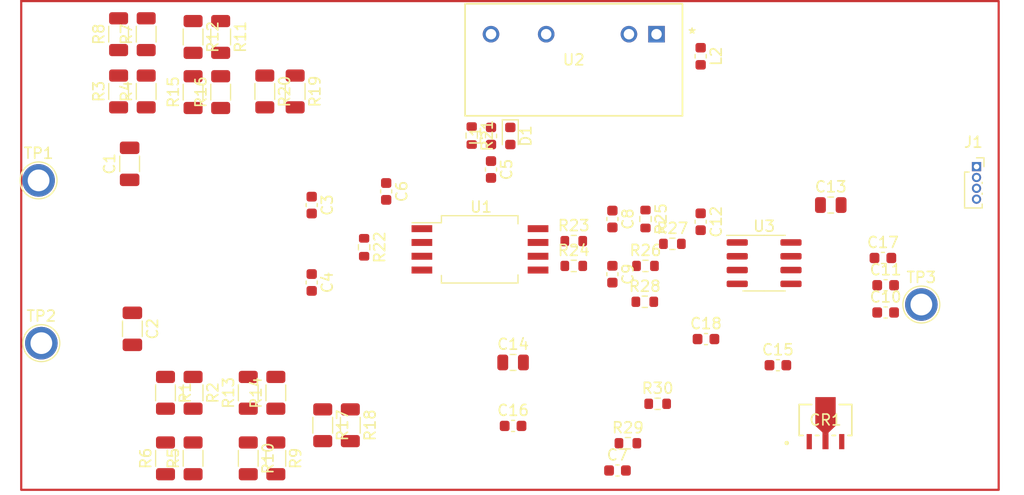
<source format=kicad_pcb>
(kicad_pcb (version 20211014) (generator pcbnew)
  (layers (0 "F.Cu" signal) (31 "B.Cu" signal) (34 "B.Paste" user) (35 "F.Paste" user) (36 "B.SilkS" user "B.Silkscreen") (37 "F.SilkS" user "F.Silkscreen") (38 "B.Mask" user) (39 "F.Mask" user) (44 "Edge.Cuts" user))
  (net 0 "")
  (net 1 "Net-(C1-Pad1)")
  (net 2 "GND1")
  (net 3 "Net-(C2-Pad2)")
  (net 4 "Net-(C3-Pad1)")
  (net 5 "Net-(C4-Pad2)")
  (net 6 "+5V")
  (net 7 "GND2")
  (net 8 "+5VA")
  (net 9 "Net-(C8-Pad2)")
  (net 10 "Net-(C9-Pad1)")
  (net 11 "+15V")
  (net 12 "Net-(C12-Pad2)")
  (net 13 "-15V")
  (net 14 "Net-(C15-Pad1)")
  (net 15 "/Measure")
  (net 16 "Net-(D1-Pad1)")
  (net 17 "Net-(L2-Pad1)")
  (net 18 "Net-(R1-Pad2)")
  (net 19 "Net-(R3-Pad2)")
  (net 20 "Net-(R10-Pad1)")
  (net 21 "Net-(R11-Pad1)")
  (net 22 "Net-(R10-Pad2)")
  (net 23 "Net-(R11-Pad2)")
  (net 24 "Net-(R13-Pad2)")
  (net 25 "Net-(R15-Pad2)")
  (net 26 "Net-(R23-Pad1)")
  (net 27 "Net-(R24-Pad1)")
  (net 28 "Net-(R29-Pad2)")
  (net 29 "Net-(U3-Pad6)")
  (footprint "Resistor_SMD:R_1206_3216Metric" (layer "F.Cu") (at 123.444 97.9825 -90)
    (fp_text reference "R9" (at 0 -1.82 90) (layer "F.SilkS"))
    (fp_text value "150k")
    (fp_line (start -0.727064 0.91) (end 0.727064 0.91) (layer "F.SilkS") (width 0.12))
    (fp_line (start -0.727064 -0.91) (end 0.727064 -0.91) (layer "F.SilkS") (width 0.12))
    (pad "1" smd roundrect (at -1.4625 0 270) (size 1.125 1.75) (layers "F.Cu" "F.Paste" "F.Mask") (roundrect_rratio 0.222222) (net 20 "Net-(R10-Pad1)"))
    (pad "2" smd roundrect (at 1.4625 0 270) (size 1.125 1.75) (layers "F.Cu" "F.Paste" "F.Mask") (roundrect_rratio 0.222222) (net 22 "Net-(R10-Pad2)"))
  )
  (footprint "Resistor_SMD:R_1206_3216Metric" (layer "F.Cu") (at 120.904 91.948 90)
    (fp_text reference "R13" (at 0 -1.82 90) (layer "F.SilkS"))
    (fp_text value "150k")
    (fp_line (start -0.727064 -0.91) (end 0.727064 -0.91) (layer "F.SilkS") (width 0.12))
    (fp_line (start -0.727064 0.91) (end 0.727064 0.91) (layer "F.SilkS") (width 0.12))
    (pad "1" smd roundrect (at -1.4625 0 90) (size 1.125 1.75) (layers "F.Cu" "F.Paste" "F.Mask") (roundrect_rratio 0.222222) (net 22 "Net-(R10-Pad2)"))
    (pad "2" smd roundrect (at 1.4625 0 90) (size 1.125 1.75) (layers "F.Cu" "F.Paste" "F.Mask") (roundrect_rratio 0.222222) (net 24 "Net-(R13-Pad2)"))
  )
  (footprint "Resistor_SMD:R_1206_3216Metric" (layer "F.Cu") (at 120.904 97.9825 -90)
    (fp_text reference "R10" (at 0 -1.82 90) (layer "F.SilkS"))
    (fp_text value "150k")
    (fp_line (start -0.727064 -0.91) (end 0.727064 -0.91) (layer "F.SilkS") (width 0.12))
    (fp_line (start -0.727064 0.91) (end 0.727064 0.91) (layer "F.SilkS") (width 0.12))
    (pad "1" smd roundrect (at -1.4625 0 270) (size 1.125 1.75) (layers "F.Cu" "F.Paste" "F.Mask") (roundrect_rratio 0.222222) (net 20 "Net-(R10-Pad1)"))
    (pad "2" smd roundrect (at 1.4625 0 270) (size 1.125 1.75) (layers "F.Cu" "F.Paste" "F.Mask") (roundrect_rratio 0.222222) (net 22 "Net-(R10-Pad2)"))
  )
  (footprint "Connector_PinSocket_1.00mm:PinSocket_1x04_P1.00mm_Vertical" (layer "F.Cu") (at 187.96 71.12)
    (fp_text reference "J1" (at -0.29 -2.25) (layer "F.SilkS"))
    (fp_text value "Conn_01x04")
    (fp_line (start 0.52 3.445898) (end 0.52 3.81) (layer "F.SilkS") (width 0.12))
    (fp_line (start -1.1 0.5) (end -0.685 0.5) (layer "F.SilkS") (width 0.12))
    (fp_line (start -1.1 0.5) (end -1.1 3.81) (layer "F.SilkS") (width 0.12))
    (fp_line (start -1.1 3.81) (end 0.52 3.81) (layer "F.SilkS") (width 0.12))
    (fp_line (start 0 -0.81) (end 0.685 -0.81) (layer "F.SilkS") (width 0.12))
    (fp_line (start 0.685 -0.81) (end 0.685 0) (layer "F.SilkS") (width 0.12))
    (fp_line (start 0.52 1.445898) (end 0.52 1.554102) (layer "F.SilkS") (width 0.12))
    (fp_line (start 0.52 2.445898) (end 0.52 2.554102) (layer "F.SilkS") (width 0.12))
    (pad "1" thru_hole rect (at 0 0) (size 0.85 0.85) (drill 0.5) (layers *.Cu *.Mask) (net 11 "+15V"))
    (pad "2" thru_hole oval (at 0 1) (size 0.85 0.85) (drill 0.5) (layers *.Cu *.Mask) (net 7 "GND2"))
    (pad "3" thru_hole oval (at 0 2) (size 0.85 0.85) (drill 0.5) (layers *.Cu *.Mask) (net 13 "-15V"))
    (pad "4" thru_hole oval (at 0 3) (size 0.85 0.85) (drill 0.5) (layers *.Cu *.Mask) (net 15 "/Measure"))
  )
  (footprint "Resistor_SMD:R_1206_3216Metric" (layer "F.Cu") (at 111.506 58.928 90)
    (fp_text reference "R7" (at 0 -1.82 90) (layer "F.SilkS"))
    (fp_text value "150k")
    (fp_line (start -0.727064 -0.91) (end 0.727064 -0.91) (layer "F.SilkS") (width 0.12))
    (fp_line (start -0.727064 0.91) (end 0.727064 0.91) (layer "F.SilkS") (width 0.12))
    (pad "1" smd roundrect (at -1.4625 0 90) (size 1.125 1.75) (layers "F.Cu" "F.Paste" "F.Mask") (roundrect_rratio 0.222222) (net 19 "Net-(R3-Pad2)"))
    (pad "2" smd roundrect (at 1.4625 0 90) (size 1.125 1.75) (layers "F.Cu" "F.Paste" "F.Mask") (roundrect_rratio 0.222222) (net 21 "Net-(R11-Pad1)"))
  )
  (footprint "Resistor_SMD:R_1206_3216Metric" (layer "F.Cu") (at 115.824 59.182 -90)
    (fp_text reference "R12" (at 0 -1.82 90) (layer "F.SilkS"))
    (fp_text value "150k")
    (fp_line (start -0.727064 0.91) (end 0.727064 0.91) (layer "F.SilkS") (width 0.12))
    (fp_line (start -0.727064 -0.91) (end 0.727064 -0.91) (layer "F.SilkS") (width 0.12))
    (pad "1" smd roundrect (at -1.4625 0 270) (size 1.125 1.75) (layers "F.Cu" "F.Paste" "F.Mask") (roundrect_rratio 0.222222) (net 21 "Net-(R11-Pad1)"))
    (pad "2" smd roundrect (at 1.4625 0 270) (size 1.125 1.75) (layers "F.Cu" "F.Paste" "F.Mask") (roundrect_rratio 0.222222) (net 23 "Net-(R11-Pad2)"))
  )
  (footprint "Resistor_SMD:R_1206_3216Metric" (layer "F.Cu") (at 113.284 91.948 -90)
    (fp_text reference "R1" (at 0 -1.82 90) (layer "F.SilkS"))
    (fp_text value "150k")
    (fp_line (start -0.727064 0.91) (end 0.727064 0.91) (layer "F.SilkS") (width 0.12))
    (fp_line (start -0.727064 -0.91) (end 0.727064 -0.91) (layer "F.SilkS") (width 0.12))
    (pad "1" smd roundrect (at -1.4625 0 270) (size 1.125 1.75) (layers "F.Cu" "F.Paste" "F.Mask") (roundrect_rratio 0.222222) (net 3 "Net-(C2-Pad2)"))
    (pad "2" smd roundrect (at 1.4625 0 270) (size 1.125 1.75) (layers "F.Cu" "F.Paste" "F.Mask") (roundrect_rratio 0.222222) (net 18 "Net-(R1-Pad2)"))
  )
  (footprint "Resistor_SMD:R_0603_1608Metric" (layer "F.Cu") (at 158.6 92.96)
    (fp_text reference "R30" (at 0 -1.43) (layer "F.SilkS"))
    (fp_text value "R")
    (fp_line (start -0.237258 0.5225) (end 0.237258 0.5225) (layer "F.SilkS") (width 0.12))
    (fp_line (start -0.237258 -0.5225) (end 0.237258 -0.5225) (layer "F.SilkS") (width 0.12))
    (pad "1" smd roundrect (at -0.825 0) (size 0.8 0.95) (layers "F.Cu" "F.Paste" "F.Mask") (net 28 "Net-(R29-Pad2)"))
    (pad "2" smd roundrect (at 0.825 0) (size 0.8 0.95) (layers "F.Cu" "F.Paste" "F.Mask") (net 13 "-15V"))
  )
  (footprint "Resistor_SMD:R_1206_3216Metric" (layer "F.Cu") (at 115.824 91.948 -90)
    (fp_text reference "R2" (at 0 -1.82 90) (layer "F.SilkS"))
    (fp_text value "150k")
    (fp_line (start -0.727064 -0.91) (end 0.727064 -0.91) (layer "F.SilkS") (width 0.12))
    (fp_line (start -0.727064 0.91) (end 0.727064 0.91) (layer "F.SilkS") (width 0.12))
    (pad "1" smd roundrect (at -1.4625 0 270) (size 1.125 1.75) (layers "F.Cu" "F.Paste" "F.Mask") (roundrect_rratio 0.222222) (net 3 "Net-(C2-Pad2)"))
    (pad "2" smd roundrect (at 1.4625 0 270) (size 1.125 1.75) (layers "F.Cu" "F.Paste" "F.Mask") (roundrect_rratio 0.222222) (net 18 "Net-(R1-Pad2)"))
  )
  (footprint "Resistor_SMD:R_1206_3216Metric" (layer "F.Cu") (at 108.966 64.2005 90)
    (fp_text reference "R3" (at 0 -1.82 90) (layer "F.SilkS"))
    (fp_text value "150k")
    (fp_line (start -0.727064 -0.91) (end 0.727064 -0.91) (layer "F.SilkS") (width 0.12))
    (fp_line (start -0.727064 0.91) (end 0.727064 0.91) (layer "F.SilkS") (width 0.12))
    (pad "1" smd roundrect (at -1.4625 0 90) (size 1.125 1.75) (layers "F.Cu" "F.Paste" "F.Mask") (roundrect_rratio 0.222222) (net 1 "Net-(C1-Pad1)"))
    (pad "2" smd roundrect (at 1.4625 0 90) (size 1.125 1.75) (layers "F.Cu" "F.Paste" "F.Mask") (roundrect_rratio 0.222222) (net 19 "Net-(R3-Pad2)"))
  )
  (footprint "Capacitor_SMD:C_0603_1608Metric" (layer "F.Cu") (at 154.9 99.1)
    (fp_text reference "C7" (at 0 -1.43) (layer "F.SilkS"))
    (fp_text value "C")
    (fp_line (start -0.14058 0.51) (end 0.14058 0.51) (layer "F.SilkS") (width 0.12))
    (fp_line (start -0.14058 -0.51) (end 0.14058 -0.51) (layer "F.SilkS") (width 0.12))
    (pad "1" smd roundrect (at -0.775 0) (size 0.9 0.95) (layers "F.Cu" "F.Paste" "F.Mask") (net 8 "+5VA"))
    (pad "2" smd roundrect (at 0.775 0) (size 0.9 0.95) (layers "F.Cu" "F.Paste" "F.Mask") (net 7 "GND2"))
  )
  (footprint "Capacitor_SMD:C_0603_1608Metric" (layer "F.Cu") (at 169.672 89.408)
    (fp_text reference "C15" (at 0 -1.43) (layer "F.SilkS"))
    (fp_text value "33p")
    (fp_line (start -0.14058 -0.51) (end 0.14058 -0.51) (layer "F.SilkS") (width 0.12))
    (fp_line (start -0.14058 0.51) (end 0.14058 0.51) (layer "F.SilkS") (width 0.12))
    (pad "1" smd roundrect (at -0.775 0) (size 0.9 0.95) (layers "F.Cu" "F.Paste" "F.Mask") (net 14 "Net-(C15-Pad1)"))
    (pad "2" smd roundrect (at 0.775 0) (size 0.9 0.95) (layers "F.Cu" "F.Paste" "F.Mask") (net 15 "/Measure"))
  )
  (footprint "Capacitor_SMD:C_0603_1608Metric" (layer "F.Cu") (at 163.05 87)
    (fp_text reference "C18" (at 0 -1.43) (layer "F.SilkS"))
    (fp_text value "C")
    (fp_line (start -0.14058 0.51) (end 0.14058 0.51) (layer "F.SilkS") (width 0.12))
    (fp_line (start -0.14058 -0.51) (end 0.14058 -0.51) (layer "F.SilkS") (width 0.12))
    (pad "1" smd roundrect (at -0.775 0) (size 0.9 0.95) (layers "F.Cu" "F.Paste" "F.Mask") (net 13 "-15V"))
    (pad "2" smd roundrect (at 0.775 0) (size 0.9 0.95) (layers "F.Cu" "F.Paste" "F.Mask") (net 7 "GND2"))
  )
  (footprint "Inductor_SMD:L_0603_1608Metric" (layer "F.Cu") (at 143.256 68.3005 90)
    (fp_text reference "L1" (at 0 -1.43 90) (layer "F.SilkS"))
    (fp_text value "L")
    (fp_line (start -0.162779 -0.51) (end 0.162779 -0.51) (layer "F.SilkS") (width 0.12))
    (fp_line (start -0.162779 0.51) (end 0.162779 0.51) (layer "F.SilkS") (width 0.12))
    (pad "1" smd roundrect (at -0.7875 0 90) (size 0.875 0.95) (layers "F.Cu" "F.Paste" "F.Mask") (net 6 "+5V"))
    (pad "2" smd roundrect (at 0.7875 0 90) (size 0.875 0.95) (layers "F.Cu" "F.Paste" "F.Mask") (net 16 "Net-(D1-Pad1)"))
  )
  (footprint "Capacitor_SMD:C_0603_1608Metric" (layer "F.Cu") (at 126.746 81.788 -90)
    (fp_text reference "C4" (at 0 -1.43 90) (layer "F.SilkS"))
    (fp_text value "470n")
    (fp_line (start -0.14058 -0.51) (end 0.14058 -0.51) (layer "F.SilkS") (width 0.12))
    (fp_line (start -0.14058 0.51) (end 0.14058 0.51) (layer "F.SilkS") (width 0.12))
    (pad "1" smd roundrect (at -0.775 0 270) (size 0.9 0.95) (layers "F.Cu" "F.Paste" "F.Mask") (net 2 "GND1"))
    (pad "2" smd roundrect (at 0.775 0 270) (size 0.9 0.95) (layers "F.Cu" "F.Paste" "F.Mask") (net 5 "Net-(C4-Pad2)"))
  )
  (footprint "Resistor_SMD:R_0603_1608Metric" (layer "F.Cu") (at 150.876 77.978)
    (fp_text reference "R23" (at 0 -1.43) (layer "F.SilkS"))
    (fp_text value "5.6k")
    (fp_line (start -0.237258 -0.5225) (end 0.237258 -0.5225) (layer "F.SilkS") (width 0.12))
    (fp_line (start -0.237258 0.5225) (end 0.237258 0.5225) (layer "F.SilkS") (width 0.12))
    (pad "1" smd roundrect (at -0.825 0) (size 0.8 0.95) (layers "F.Cu" "F.Paste" "F.Mask") (net 26 "Net-(R23-Pad1)"))
    (pad "2" smd roundrect (at 0.825 0) (size 0.8 0.95) (layers "F.Cu" "F.Paste" "F.Mask") (net 9 "Net-(C8-Pad2)"))
  )
  (footprint "Capacitor_SMD:C_1206_3216Metric" (layer "F.Cu") (at 109.982 70.866 90)
    (fp_text reference "C1" (at 0 -1.85 90) (layer "F.SilkS"))
    (fp_text value "1000p")
    (fp_line (start -0.711252 -0.91) (end 0.711252 -0.91) (layer "F.SilkS") (width 0.12))
    (fp_line (start -0.711252 0.91) (end 0.711252 0.91) (layer "F.SilkS") (width 0.12))
    (pad "1" smd roundrect (at -1.475 0 90) (size 1.15 1.8) (layers "F.Cu" "F.Paste" "F.Mask") (roundrect_rratio 0.217391) (net 1 "Net-(C1-Pad1)"))
    (pad "2" smd roundrect (at 1.475 0 90) (size 1.15 1.8) (layers "F.Cu" "F.Paste" "F.Mask") (roundrect_rratio 0.217391) (net 2 "GND1"))
  )
  (footprint "Capacitor_SMD:C_0603_1608Metric" (layer "F.Cu") (at 179.341 79.532)
    (fp_text reference "C17" (at 0 -1.43) (layer "F.SilkS"))
    (fp_text value "C")
    (fp_line (start -0.14058 0.51) (end 0.14058 0.51) (layer "F.SilkS") (width 0.12))
    (fp_line (start -0.14058 -0.51) (end 0.14058 -0.51) (layer "F.SilkS") (width 0.12))
    (pad "1" smd roundrect (at -0.775 0) (size 0.9 0.95) (layers "F.Cu" "F.Paste" "F.Mask") (net 11 "+15V"))
    (pad "2" smd roundrect (at 0.775 0) (size 0.9 0.95) (layers "F.Cu" "F.Paste" "F.Mask") (net 7 "GND2"))
  )
  (footprint "Resistor_SMD:R_1206_3216Metric" (layer "F.Cu") (at 130.302 94.9345 -90)
    (fp_text reference "R18" (at 0 -1.82 90) (layer "F.SilkS"))
    (fp_text value "150k")
    (fp_line (start -0.727064 0.91) (end 0.727064 0.91) (layer "F.SilkS") (width 0.12))
    (fp_line (start -0.727064 -0.91) (end 0.727064 -0.91) (layer "F.SilkS") (width 0.12))
    (pad "1" smd roundrect (at -1.4625 0 270) (size 1.125 1.75) (layers "F.Cu" "F.Paste" "F.Mask") (roundrect_rratio 0.222222) (net 24 "Net-(R13-Pad2)"))
    (pad "2" smd roundrect (at 1.4625 0 270) (size 1.125 1.75) (layers "F.Cu" "F.Paste" "F.Mask") (roundrect_rratio 0.222222) (net 5 "Net-(C4-Pad2)"))
  )
  (footprint "Capacitor_SMD:C_0603_1608Metric" (layer "F.Cu") (at 162.56 76.2 -90)
    (fp_text reference "C12" (at 0 -1.43 90) (layer "F.SilkS"))
    (fp_text value "33p")
    (fp_line (start -0.14058 -0.51) (end 0.14058 -0.51) (layer "F.SilkS") (width 0.12))
    (fp_line (start -0.14058 0.51) (end 0.14058 0.51) (layer "F.SilkS") (width 0.12))
    (pad "1" smd roundrect (at -0.775 0 270) (size 0.9 0.95) (layers "F.Cu" "F.Paste" "F.Mask") (net 7 "GND2"))
    (pad "2" smd roundrect (at 0.775 0 270) (size 0.9 0.95) (layers "F.Cu" "F.Paste" "F.Mask") (net 12 "Net-(C12-Pad2)"))
  )
  (footprint "Capacitor_SMD:C_0603_1608Metric" (layer "F.Cu") (at 179.591 84.552)
    (fp_text reference "C10" (at 0 -1.43) (layer "F.SilkS"))
    (fp_text value "C")
    (fp_line (start -0.14058 -0.51) (end 0.14058 -0.51) (layer "F.SilkS") (width 0.12))
    (fp_line (start -0.14058 0.51) (end 0.14058 0.51) (layer "F.SilkS") (width 0.12))
    (pad "1" smd roundrect (at -0.775 0) (size 0.9 0.95) (layers "F.Cu" "F.Paste" "F.Mask") (net 11 "+15V"))
    (pad "2" smd roundrect (at 0.775 0) (size 0.9 0.95) (layers "F.Cu" "F.Paste" "F.Mask") (net 7 "GND2"))
  )
  (footprint "Resistor_SMD:R_0603_1608Metric" (layer "F.Cu") (at 141.478 68.263 -90)
    (fp_text reference "R21" (at 0 -1.43 90) (layer "F.SilkS"))
    (fp_text value "250")
    (fp_line (start -0.237258 0.5225) (end 0.237258 0.5225) (layer "F.SilkS") (width 0.12))
    (fp_line (start -0.237258 -0.5225) (end 0.237258 -0.5225) (layer "F.SilkS") (width 0.12))
    (pad "1" smd roundrect (at -0.825 0 270) (size 0.8 0.95) (layers "F.Cu" "F.Paste" "F.Mask") (net 16 "Net-(D1-Pad1)"))
    (pad "2" smd roundrect (at 0.825 0 270) (size 0.8 0.95) (layers "F.Cu" "F.Paste" "F.Mask") (net 7 "GND2"))
  )
  (footprint "Capacitor_SMD:C_0603_1608Metric" (layer "F.Cu") (at 154.432 81.026 -90)
    (fp_text reference "C9" (at 0 -1.43 90) (layer "F.SilkS"))
    (fp_text value "330p")
    (fp_line (start -0.14058 0.51) (end 0.14058 0.51) (layer "F.SilkS") (width 0.12))
    (fp_line (start -0.14058 -0.51) (end 0.14058 -0.51) (layer "F.SilkS") (width 0.12))
    (pad "1" smd roundrect (at -0.775 0 270) (size 0.9 0.95) (layers "F.Cu" "F.Paste" "F.Mask") (net 10 "Net-(C9-Pad1)"))
    (pad "2" smd roundrect (at 0.775 0 270) (size 0.9 0.95) (layers "F.Cu" "F.Paste" "F.Mask") (net 7 "GND2"))
  )
  (footprint "Resistor_SMD:R_0603_1608Metric" (layer "F.Cu") (at 155.86 96.59)
    (fp_text reference "R29" (at 0 -1.43) (layer "F.SilkS"))
    (fp_text value "R")
    (fp_line (start -0.237258 0.5225) (end 0.237258 0.5225) (layer "F.SilkS") (width 0.12))
    (fp_line (start -0.237258 -0.5225) (end 0.237258 -0.5225) (layer "F.SilkS") (width 0.12))
    (pad "1" smd roundrect (at -0.825 0) (size 0.8 0.95) (layers "F.Cu" "F.Paste" "F.Mask") (net 11 "+15V"))
    (pad "2" smd roundrect (at 0.825 0) (size 0.8 0.95) (layers "F.Cu" "F.Paste" "F.Mask") (net 28 "Net-(R29-Pad2)"))
  )
  (footprint "Capacitor_SMD:C_0805_2012Metric" (layer "F.Cu") (at 145.288 89.154)
    (fp_text reference "C14" (at 0 -1.68) (layer "F.SilkS"))
    (fp_text value "10u")
    (fp_line (start -0.261252 -0.735) (end 0.261252 -0.735) (layer "F.SilkS") (width 0.12))
    (fp_line (start -0.261252 0.735) (end 0.261252 0.735) (layer "F.SilkS") (width 0.12))
    (pad "1" smd roundrect (at -0.95 0) (size 1 1.45) (layers "F.Cu" "F.Paste" "F.Mask") (net 7 "GND2"))
    (pad "2" smd roundrect (at 0.95 0) (size 1 1.45) (layers "F.Cu" "F.Paste" "F.Mask") (net 13 "-15V"))
  )
  (footprint "Capacitor_SMD:C_0603_1608Metric" (layer "F.Cu") (at 143.256 71.387 -90)
    (fp_text reference "C5" (at 0 -1.43 90) (layer "F.SilkS"))
    (fp_text value "C")
    (fp_line (start -0.14058 -0.51) (end 0.14058 -0.51) (layer "F.SilkS") (width 0.12))
    (fp_line (start -0.14058 0.51) (end 0.14058 0.51) (layer "F.SilkS") (width 0.12))
    (pad "1" smd roundrect (at -0.775 0 270) (size 0.9 0.95) (layers "F.Cu" "F.Paste" "F.Mask") (net 6 "+5V"))
    (pad "2" smd roundrect (at 0.775 0 270) (size 0.9 0.95) (layers "F.Cu" "F.Paste" "F.Mask") (net 7 "GND2"))
  )
  (footprint "Resistor_SMD:R_1206_3216Metric" (layer "F.Cu") (at 108.966 58.928 90)
    (fp_text reference "R8" (at 0 -1.82 90) (layer "F.SilkS"))
    (fp_text value "150k")
    (fp_line (start -0.727064 -0.91) (end 0.727064 -0.91) (layer "F.SilkS") (width 0.12))
    (fp_line (start -0.727064 0.91) (end 0.727064 0.91) (layer "F.SilkS") (width 0.12))
    (pad "1" smd roundrect (at -1.4625 0 90) (size 1.125 1.75) (layers "F.Cu" "F.Paste" "F.Mask") (roundrect_rratio 0.222222) (net 19 "Net-(R3-Pad2)"))
    (pad "2" smd roundrect (at 1.4625 0 90) (size 1.125 1.75) (layers "F.Cu" "F.Paste" "F.Mask") (roundrect_rratio 0.222222) (net 21 "Net-(R11-Pad1)"))
  )
  (footprint "Package_SO:SSO-8_6.8x5.9mm_P1.27mm_Clearance8mm" (layer "F.Cu") (at 142.24 78.74)
    (fp_text reference "U1" (at 0.1 -3.9) (layer "F.SilkS"))
    (fp_text value "ACPL-C79B")
    (fp_line (start -3.55 3.1) (end 3.5 3.1) (layer "F.SilkS") (width 0.12))
    (fp_line (start 3.5 -3.1) (end -3.55 -3.1) (layer "F.SilkS") (width 0.12))
    (fp_line (start 3.5 3.1) (end 3.5 2.35) (layer "F.SilkS") (width 0.12))
    (fp_line (start -3.55 2.4) (end -3.55 3.1) (layer "F.SilkS") (width 0.12))
    (fp_line (start 3.5 -2.35) (end 3.5 -3.1) (layer "F.SilkS") (width 0.12))
    (fp_line (start -3.55 -2.45) (end -6.25 -2.45) (layer "F.SilkS") (width 0.12))
    (fp_line (start -3.55 -3.1) (end -3.55 -2.45) (layer "F.SilkS") (width 0.12))
    (pad "1" smd rect (at -5.3475 -1.905) (size 1.905 0.64) (layers "F.Cu" "F.Paste" "F.Mask") (net 6 "+5V"))
    (pad "2" smd rect (at -5.3475 -0.635) (size 1.905 0.64) (layers "F.Cu" "F.Paste" "F.Mask") (net 4 "Net-(C3-Pad1)"))
    (pad "3" smd rect (at -5.3475 0.635) (size 1.905 0.64) (layers "F.Cu" "F.Paste" "F.Mask") (net 5 "Net-(C4-Pad2)"))
    (pad "4" smd rect (at -5.3475 1.905) (size 1.905 0.64) (layers "F.Cu" "F.Paste" "F.Mask") (net 2 "GND1"))
    (pad "5" smd rect (at 5.3475 1.905) (size 1.905 0.64) (layers "F.Cu" "F.Paste" "F.Mask") (net 7 "GND2"))
    (pad "6" smd rect (at 5.3475 0.635) (size 1.905 0.64) (layers "F.Cu" "F.Paste" "F.Mask") (net 27 "Net-(R24-Pad1)"))
    (pad "7" smd rect (at 5.3475 -0.635) (size 1.905 0.64) (layers "F.Cu" "F.Paste" "F.Mask") (net 26 "Net-(R23-Pad1)"))
    (pad "8" smd rect (at 5.3475 -1.905) (size 1.905 0.64) (layers "F.Cu" "F.Paste" "F.Mask") (net 8 "+5VA"))
  )
  (footprint "Resistor_SMD:R_1206_3216Metric" (layer "F.Cu") (at 122.428 64.2005 -90)
    (fp_text reference "R20" (at 0 -1.82 90) (layer "F.SilkS"))
    (fp_text value "150k")
    (fp_line (start -0.727064 0.91) (end 0.727064 0.91) (layer "F.SilkS") (width 0.12))
    (fp_line (start -0.727064 -0.91) (end 0.727064 -0.91) (layer "F.SilkS") (width 0.12))
    (pad "1" smd roundrect (at -1.4625 0 270) (size 1.125 1.75) (layers "F.Cu" "F.Paste" "F.Mask") (roundrect_rratio 0.222222) (net 25 "Net-(R15-Pad2)"))
    (pad "2" smd roundrect (at 1.4625 0 270) (size 1.125 1.75) (layers "F.Cu" "F.Paste" "F.Mask") (roundrect_rratio 0.222222) (net 4 "Net-(C3-Pad1)"))
  )
  (footprint "TestPoint:TestPoint_Plated_Hole_D2.0mm" (layer "F.Cu") (at 101.854 87.376)
    (fp_text reference "TP2" (at 0 -2.498) (layer "F.SilkS"))
    (fp_text value "TestPoint")
    (fp_circle (center 0 0) (end 0 -1.7) (layer "F.SilkS") (width 0.12) (fill none))
    (pad "1" thru_hole circle (at 0 0) (size 3 3) (drill 2) (layers *.Cu *.Mask) (net 3 "Net-(C2-Pad2)"))
  )
  (footprint "Resistor_SMD:R_1206_3216Metric" (layer "F.Cu") (at 113.284 97.9825 90)
    (fp_text reference "R6" (at 0 -1.82 90) (layer "F.SilkS"))
    (fp_text value "150k")
    (fp_line (start -0.727064 -0.91) (end 0.727064 -0.91) (layer "F.SilkS") (width 0.12))
    (fp_line (start -0.727064 0.91) (end 0.727064 0.91) (layer "F.SilkS") (width 0.12))
    (pad "1" smd roundrect (at -1.4625 0 90) (size 1.125 1.75) (layers "F.Cu" "F.Paste" "F.Mask") (roundrect_rratio 0.222222) (net 18 "Net-(R1-Pad2)"))
    (pad "2" smd roundrect (at 1.4625 0 90) (size 1.125 1.75) (layers "F.Cu" "F.Paste" "F.Mask") (roundrect_rratio 0.222222) (net 20 "Net-(R10-Pad1)"))
  )
  (footprint "Resistor_SMD:R_0603_1608Metric" (layer "F.Cu") (at 157.417 83.566)
    (fp_text reference "R28" (at 0 -1.43) (layer "F.SilkS"))
    (fp_text value "R")
    (fp_line (start -0.237258 0.5225) (end 0.237258 0.5225) (layer "F.SilkS") (width 0.12))
    (fp_line (start -0.237258 -0.5225) (end 0.237258 -0.5225) (layer "F.SilkS") (width 0.12))
    (pad "1" smd roundrect (at -0.825 0) (size 0.8 0.95) (layers "F.Cu" "F.Paste" "F.Mask") (net 10 "Net-(C9-Pad1)"))
    (pad "2" smd roundrect (at 0.825 0) (size 0.8 0.95) (layers "F.Cu" "F.Paste" "F.Mask") (net 15 "/Measure"))
  )
  (footprint "Resistor_SMD:R_1206_3216Metric" (layer "F.Cu") (at 115.824 64.262 90)
    (fp_text reference "R15" (at 0 -1.82 90) (layer "F.SilkS"))
    (fp_text value "150k")
    (fp_line (start -0.727064 0.91) (end 0.727064 0.91) (layer "F.SilkS") (width 0.12))
    (fp_line (start -0.727064 -0.91) (end 0.727064 -0.91) (layer "F.SilkS") (width 0.12))
    (pad "1" smd roundrect (at -1.4625 0 90) (size 1.125 1.75) (layers "F.Cu" "F.Paste" "F.Mask") (roundrect_rratio 0.222222) (net 23 "Net-(R11-Pad2)"))
    (pad "2" smd roundrect (at 1.4625 0 90) (size 1.125 1.75) (layers "F.Cu" "F.Paste" "F.Mask") (roundrect_rratio 0.222222) (net 25 "Net-(R15-Pad2)"))
  )
  (footprint "Resistor_SMD:R_0603_1608Metric" (layer "F.Cu") (at 150.876 80.264)
    (fp_text reference "R24" (at 0 -1.43) (layer "F.SilkS"))
    (fp_text value "5.6k")
    (fp_line (start -0.237258 -0.5225) (end 0.237258 -0.5225) (layer "F.SilkS") (width 0.12))
    (fp_line (start -0.237258 0.5225) (end 0.237258 0.5225) (layer "F.SilkS") (width 0.12))
    (pad "1" smd roundrect (at -0.825 0) (size 0.8 0.95) (layers "F.Cu" "F.Paste" "F.Mask") (net 27 "Net-(R24-Pad1)"))
    (pad "2" smd roundrect (at 0.825 0) (size 0.8 0.95) (layers "F.Cu" "F.Paste" "F.Mask") (net 10 "Net-(C9-Pad1)"))
  )
  (footprint "Resistor_SMD:R_1206_3216Metric" (layer "F.Cu") (at 111.506 64.2005 90)
    (fp_text reference "R4" (at 0 -1.82 90) (layer "F.SilkS"))
    (fp_text value "150k")
    (fp_line (start -0.727064 0.91) (end 0.727064 0.91) (layer "F.SilkS") (width 0.12))
    (fp_line (start -0.727064 -0.91) (end 0.727064 -0.91) (layer "F.SilkS") (width 0.12))
    (pad "1" smd roundrect (at -1.4625 0 90) (size 1.125 1.75) (layers "F.Cu" "F.Paste" "F.Mask") (roundrect_rratio 0.222222) (net 1 "Net-(C1-Pad1)"))
    (pad "2" smd roundrect (at 1.4625 0 90) (size 1.125 1.75) (layers "F.Cu" "F.Paste" "F.Mask") (roundrect_rratio 0.222222) (net 19 "Net-(R3-Pad2)"))
  )
  (footprint "Capacitor_SMD:C_0603_1608Metric" (layer "F.Cu") (at 179.591 82.042)
    (fp_text reference "C11" (at 0 -1.43) (layer "F.SilkS"))
    (fp_text value "C")
    (fp_line (start -0.14058 0.51) (end 0.14058 0.51) (layer "F.SilkS") (width 0.12))
    (fp_line (start -0.14058 -0.51) (end 0.14058 -0.51) (layer "F.SilkS") (width 0.12))
    (pad "1" smd roundrect (at -0.775 0) (size 0.9 0.95) (layers "F.Cu" "F.Paste" "F.Mask") (net 6 "+5V"))
    (pad "2" smd roundrect (at 0.775 0) (size 0.9 0.95) (layers "F.Cu" "F.Paste" "F.Mask") (net 7 "GND2"))
  )
  (footprint "Resistor_SMD:R_1206_3216Metric" (layer "F.Cu") (at 115.824 97.9825 90)
    (fp_text reference "R5" (at 0 -1.82 90) (layer "F.SilkS"))
    (fp_text value "150k")
    (fp_line (start -0.727064 -0.91) (end 0.727064 -0.91) (layer "F.SilkS") (width 0.12))
    (fp_line (start -0.727064 0.91) (end 0.727064 0.91) (layer "F.SilkS") (width 0.12))
    (pad "1" smd roundrect (at -1.4625 0 90) (size 1.125 1.75) (layers "F.Cu" "F.Paste" "F.Mask") (roundrect_rratio 0.222222) (net 18 "Net-(R1-Pad2)"))
    (pad "2" smd roundrect (at 1.4625 0 90) (size 1.125 1.75) (layers "F.Cu" "F.Paste" "F.Mask") (roundrect_rratio 0.222222) (net 20 "Net-(R10-Pad1)"))
  )
  (footprint "footprints:SIP4_MEJ1S_MUR" (layer "F.Cu") (at 143.256 58.928)
    (fp_text reference "U2" (at 7.62 2.359 unlocked) (layer "F.SilkS"))
    (fp_text value "MEJ1S1205SC")
    (fp_text user "*" (at 18.5166 0 unlocked) (layer "F.SilkS"))
    (fp_text user "*" (at 18.5166 0) (layer "F.SilkS"))
    (fp_line (start -2.3876 -2.7972) (end 17.6276 -2.7972) (layer "F.SilkS") (width 0.1524))
    (fp_line (start 17.6276 -2.7972) (end 17.6276 7.5152) (layer "F.SilkS") (width 0.1524))
    (fp_line (start 17.6276 7.5152) (end -2.3876 7.5152) (layer "F.SilkS") (width 0.1524))
    (fp_line (start -2.3876 7.5152) (end -2.3876 -2.7972) (layer "F.SilkS") (width 0.1524))
    (pad "1" thru_hole rect (at 15.24 0) (size 1.524 1.524) (drill 0.9652) (layers *.Cu *.Mask) (net 17 "Net-(L2-Pad1)"))
    (pad "2" thru_hole circle (at 12.7 0) (size 1.524 1.524) (drill 0.9652) (layers *.Cu *.Mask) (net 7 "GND2"))
    (pad "5" thru_hole circle (at 5.08 0) (size 1.524 1.524) (drill 0.9652) (layers *.Cu *.Mask) (net 7 "GND2"))
    (pad "7" thru_hole circle (at 0 0) (size 1.524 1.524) (drill 0.9652) (layers *.Cu *.Mask) (net 16 "Net-(D1-Pad1)"))
  )
  (footprint "Capacitor_SMD:C_0603_1608Metric" (layer "F.Cu") (at 133.604 73.406 -90)
    (fp_text reference "C6" (at 0 -1.43 90) (layer "F.SilkS"))
    (fp_text value "C")
    (fp_line (start -0.14058 -0.51) (end 0.14058 -0.51) (layer "F.SilkS") (width 0.12))
    (fp_line (start -0.14058 0.51) (end 0.14058 0.51) (layer "F.SilkS") (width 0.12))
    (pad "1" smd roundrect (at -0.775 0 270) (size 0.9 0.95) (layers "F.Cu" "F.Paste" "F.Mask") (net 6 "+5V"))
    (pad "2" smd roundrect (at 0.775 0 270) (size 0.9 0.95) (layers "F.Cu" "F.Paste" "F.Mask") (net 2 "GND1"))
  )
  (footprint "TestPoint:TestPoint_Plated_Hole_D2.0mm" (layer "F.Cu") (at 182.88 83.82)
    (fp_text reference "TP3" (at 0 -2.498) (layer "F.SilkS"))
    (fp_text value "TestPoint")
    (fp_circle (center 0 0) (end 0 -1.7) (layer "F.SilkS") (width 0.12) (fill none))
    (pad "1" thru_hole circle (at 0 0) (size 3 3) (drill 2) (layers *.Cu *.Mask) (net 15 "/Measure"))
  )
  (footprint "footprints:SOT-89_STM" (layer "F.Cu") (at 174.0535 94.4499)
    (fp_text reference "CR1" (at 0 0 unlocked) (layer "F.SilkS"))
    (fp_text value "L78L05ABUTR")
    (fp_poly (pts (xy -0.2794 1.2954) (xy -0.2794 1.143) (xy -0.9398 0.5334) (xy -0.9398 -2.1082) (xy 0.9398 -2.1082) (xy 0.9398 0.5334) (xy 0.2794 1.1684) (xy 0.2794 1.2954)) (layer "F.Cu") (width 0) (fill solid))
    (fp_line (start -1.27254 -1.4224) (end -2.4257 -1.4224) (layer "F.SilkS") (width 0.1524))
    (fp_line (start -2.4257 -1.4224) (end -2.4257 1.4224) (layer "F.SilkS") (width 0.1524))
    (fp_line (start -2.4257 1.4224) (end -2.06904 1.4224) (layer "F.SilkS") (width 0.1524))
    (fp_line (start -0.92096 1.4224) (end -0.61214 1.4224) (layer "F.SilkS") (width 0.1524))
    (fp_line (start 2.4257 -1.4224) (end 1.27254 -1.4224) (layer "F.SilkS") (width 0.1524))
    (fp_line (start 2.06904 1.4224) (end 2.4257 1.4224) (layer "F.SilkS") (width 0.1524))
    (fp_line (start 0.61214 1.4224) (end 0.92096 1.4224) (layer "F.SilkS") (width 0.1524))
    (fp_line (start 2.4257 1.4224) (end 2.4257 -1.4224) (layer "F.SilkS") (width 0.1524))
    (fp_circle (center -3.5687 2.1209) (end -3.4417 2.1209) (layer "F.SilkS") (width 0.1524) (fill none))
    (pad "1" smd rect (at -1.495 1.9939) (size 0.4826 1.397) (layers "F.Cu" "F.Paste" "F.Mask") (net 6 "+5V"))
    (pad "2" smd rect (at 0 1.9939) (size 0.5588 1.397) (layers "F.Cu" "F.Paste" "F.Mask") (net 7 "GND2"))
    (pad "3" smd rect (at 1.495 1.9939) (size 0.4826 1.397) (layers "F.Cu" "F.Paste" "F.Mask") (net 11 "+15V"))
  )
  (footprint "Resistor_SMD:R_1206_3216Metric" (layer "F.Cu") (at 125.222 64.2005 -90)
    (fp_text reference "R19" (at 0 -1.82 90) (layer "F.SilkS"))
    (fp_text value "150k")
    (fp_line (start -0.727064 0.91) (end 0.727064 0.91) (layer "F.SilkS") (width 0.12))
    (fp_line (start -0.727064 -0.91) (end 0.727064 -0.91) (layer "F.SilkS") (width 0.12))
    (pad "1" smd roundrect (at -1.4625 0 270) (size 1.125 1.75) (layers "F.Cu" "F.Paste" "F.Mask") (roundrect_rratio 0.222222) (net 25 "Net-(R15-Pad2)"))
    (pad "2" smd roundrect (at 1.4625 0 270) (size 1.125 1.75) (layers "F.Cu" "F.Paste" "F.Mask") (roundrect_rratio 0.222222) (net 4 "Net-(C3-Pad1)"))
  )
  (footprint "TestPoint:TestPoint_Plated_Hole_D2.0mm" (layer "F.Cu") (at 101.6 72.39)
    (fp_text reference "TP1" (at 0 -2.498) (layer "F.SilkS"))
    (fp_text value "TestPoint")
    (fp_circle (center 0 0) (end 0 -1.7) (layer "F.SilkS") (width 0.12) (fill none))
    (pad "1" thru_hole circle (at 0 0) (size 3 3) (drill 2) (layers *.Cu *.Mask) (net 1 "Net-(C1-Pad1)"))
  )
  (footprint "Diode_SMD:D_0603_1608Metric" (layer "F.Cu") (at 145.034 68.3005 -90)
    (fp_text reference "D1" (at 0 -1.43 90) (layer "F.SilkS"))
    (fp_text value "D_Zener")
    (fp_line (start -1.485 0.735) (end 0.8 0.735) (layer "F.SilkS") (width 0.12))
    (fp_line (start -1.485 -0.735) (end -1.485 0.735) (layer "F.SilkS") (width 0.12))
    (fp_line (start 0.8 -0.735) (end -1.485 -0.735) (layer "F.SilkS") (width 0.12))
    (pad "1" smd roundrect (at -0.7875 0 270) (size 0.875 0.95) (layers "F.Cu" "F.Paste" "F.Mask") (net 16 "Net-(D1-Pad1)"))
    (pad "2" smd roundrect (at 0.7875 0 270) (size 0.875 0.95) (layers "F.Cu" "F.Paste" "F.Mask") (net 7 "GND2"))
  )
  (footprint "Resistor_SMD:R_0603_1608Metric" (layer "F.Cu") (at 131.572 78.549 -90)
    (fp_text reference "R22" (at 0 -1.43 90) (layer "F.SilkS"))
    (fp_text value "100")
    (fp_line (start -0.237258 0.5225) (end 0.237258 0.5225) (layer "F.SilkS") (width 0.12))
    (fp_line (start -0.237258 -0.5225) (end 0.237258 -0.5225) (layer "F.SilkS") (width 0.12))
    (pad "1" smd roundrect (at -0.825 0 270) (size 0.8 0.95) (layers "F.Cu" "F.Paste" "F.Mask") (net 4 "Net-(C3-Pad1)"))
    (pad "2" smd roundrect (at 0.825 0 270) (size 0.8 0.95) (layers "F.Cu" "F.Paste" "F.Mask") (net 5 "Net-(C4-Pad2)"))
  )
  (footprint "Resistor_SMD:R_1206_3216Metric" (layer "F.Cu") (at 123.444 91.948 90)
    (fp_text reference "R14" (at 0 -1.82 90) (layer "F.SilkS"))
    (fp_text value "150k")
    (fp_line (start -0.727064 0.91) (end 0.727064 0.91) (layer "F.SilkS") (width 0.12))
    (fp_line (start -0.727064 -0.91) (end 0.727064 -0.91) (layer "F.SilkS") (width 0.12))
    (pad "1" smd roundrect (at -1.4625 0 90) (size 1.125 1.75) (layers "F.Cu" "F.Paste" "F.Mask") (roundrect_rratio 0.222222) (net 22 "Net-(R10-Pad2)"))
    (pad "2" smd roundrect (at 1.4625 0 90) (size 1.125 1.75) (layers "F.Cu" "F.Paste" "F.Mask") (roundrect_rratio 0.222222) (net 24 "Net-(R13-Pad2)"))
  )
  (footprint "Capacitor_SMD:C_0603_1608Metric" (layer "F.Cu") (at 154.432 75.946 -90)
    (fp_text reference "C8" (at 0 -1.43 90) (layer "F.SilkS"))
    (fp_text value "330p")
    (fp_line (start -0.14058 -0.51) (end 0.14058 -0.51) (layer "F.SilkS") (width 0.12))
    (fp_line (start -0.14058 0.51) (end 0.14058 0.51) (layer "F.SilkS") (width 0.12))
    (pad "1" smd roundrect (at -0.775 0 270) (size 0.9 0.95) (layers "F.Cu" "F.Paste" "F.Mask") (net 7 "GND2"))
    (pad "2" smd roundrect (at 0.775 0 270) (size 0.9 0.95) (layers "F.Cu" "F.Paste" "F.Mask") (net 9 "Net-(C8-Pad2)"))
  )
  (footprint "Capacitor_SMD:C_0603_1608Metric" (layer "F.Cu") (at 145.288 94.996)
    (fp_text reference "C16" (at 0 -1.43) (layer "F.SilkS"))
    (fp_text value "C")
    (fp_line (start -0.14058 0.51) (end 0.14058 0.51) (layer "F.SilkS") (width 0.12))
    (fp_line (start -0.14058 -0.51) (end 0.14058 -0.51) (layer "F.SilkS") (width 0.12))
    (pad "1" smd roundrect (at -0.775 0) (size 0.9 0.95) (layers "F.Cu" "F.Paste" "F.Mask") (net 11 "+15V"))
    (pad "2" smd roundrect (at 0.775 0) (size 0.9 0.95) (layers "F.Cu" "F.Paste" "F.Mask") (net 7 "GND2"))
  )
  (footprint "Capacitor_SMD:C_0603_1608Metric" (layer "F.Cu") (at 126.746 74.663 -90)
    (fp_text reference "C3" (at 0 -1.43 90) (layer "F.SilkS"))
    (fp_text value "470n")
    (fp_line (start -0.14058 -0.51) (end 0.14058 -0.51) (layer "F.SilkS") (width 0.12))
    (fp_line (start -0.14058 0.51) (end 0.14058 0.51) (layer "F.SilkS") (width 0.12))
    (pad "1" smd roundrect (at -0.775 0 270) (size 0.9 0.95) (layers "F.Cu" "F.Paste" "F.Mask") (net 4 "Net-(C3-Pad1)"))
    (pad "2" smd roundrect (at 0.775 0 270) (size 0.9 0.95) (layers "F.Cu" "F.Paste" "F.Mask") (net 2 "GND1"))
  )
  (footprint "Capacitor_SMD:C_0805_2012Metric" (layer "F.Cu") (at 174.54 74.66)
    (fp_text reference "C13" (at 0 -1.68) (layer "F.SilkS"))
    (fp_text value "10u")
    (fp_line (start -0.261252 -0.735) (end 0.261252 -0.735) (layer "F.SilkS") (width 0.12))
    (fp_line (start -0.261252 0.735) (end 0.261252 0.735) (layer "F.SilkS") (width 0.12))
    (pad "1" smd roundrect (at -0.95 0) (size 1 1.45) (layers "F.Cu" "F.Paste" "F.Mask") (net 11 "+15V"))
    (pad "2" smd roundrect (at 0.95 0) (size 1 1.45) (layers "F.Cu" "F.Paste" "F.Mask") (net 7 "GND2"))
  )
  (footprint "Capacitor_SMD:C_1206_3216Metric" (layer "F.Cu") (at 110.236 86.057 -90)
    (fp_text reference "C2" (at 0 -1.85 90) (layer "F.SilkS"))
    (fp_text value "1000p")
    (fp_line (start -0.711252 -0.91) (end 0.711252 -0.91) (layer "F.SilkS") (width 0.12))
    (fp_line (start -0.711252 0.91) (end 0.711252 0.91) (layer "F.SilkS") (width 0.12))
    (pad "1" smd roundrect (at -1.475 0 270) (size 1.15 1.8) (layers "F.Cu" "F.Paste" "F.Mask") (roundrect_rratio 0.217391) (net 2 "GND1"))
    (pad "2" smd roundrect (at 1.475 0 270) (size 1.15 1.8) (layers "F.Cu" "F.Paste" "F.Mask") (roundrect_rratio 0.217391) (net 3 "Net-(C2-Pad2)"))
  )
  (footprint "Resistor_SMD:R_1206_3216Metric" (layer "F.Cu") (at 127.762 94.9345 -90)
    (fp_text reference "R17" (at 0 -1.82 90) (layer "F.SilkS"))
    (fp_text value "150k")
    (fp_line (start -0.727064 -0.91) (end 0.727064 -0.91) (layer "F.SilkS") (width 0.12))
    (fp_line (start -0.727064 0.91) (end 0.727064 0.91) (layer "F.SilkS") (width 0.12))
    (pad "1" smd roundrect (at -1.4625 0 270) (size 1.125 1.75) (layers "F.Cu" "F.Paste" "F.Mask") (roundrect_rratio 0.222222) (net 24 "Net-(R13-Pad2)"))
    (pad "2" smd roundrect (at 1.4625 0 270) (size 1.125 1.75) (layers "F.Cu" "F.Paste" "F.Mask") (roundrect_rratio 0.222222) (net 5 "Net-(C4-Pad2)"))
  )
  (footprint "Resistor_SMD:R_1206_3216Metric" (layer "F.Cu") (at 118.364 59.182 -90)
    (fp_text reference "R11" (at 0 -1.82 90) (layer "F.SilkS"))
    (fp_text value "150k")
    (fp_line (start -0.727064 0.91) (end 0.727064 0.91) (layer "F.SilkS") (width 0.12))
    (fp_line (start -0.727064 -0.91) (end 0.727064 -0.91) (layer "F.SilkS") (width 0.12))
    (pad "1" smd roundrect (at -1.4625 0 270) (size 1.125 1.75) (layers "F.Cu" "F.Paste" "F.Mask") (roundrect_rratio 0.222222) (net 21 "Net-(R11-Pad1)"))
    (pad "2" smd roundrect (at 1.4625 0 270) (size 1.125 1.75) (layers "F.Cu" "F.Paste" "F.Mask") (roundrect_rratio 0.222222) (net 23 "Net-(R11-Pad2)"))
  )
  (footprint "Package_SO:SOIC-8_3.9x4.9mm_P1.27mm" (layer "F.Cu") (at 168.402 80.01)
    (fp_text reference "U3" (at 0 -3.4) (layer "F.SilkS"))
    (fp_text value "OPA2197xD")
    (fp_line (start 0 -2.56) (end -3.45 -2.56) (layer "F.SilkS") (width 0.12))
    (fp_line (start 0 2.56) (end 1.95 2.56) (layer "F.SilkS") (width 0.12))
    (fp_line (start 0 2.56) (end -1.95 2.56) (layer "F.SilkS") (width 0.12))
    (fp_line (start 0 -2.56) (end 1.95 -2.56) (layer "F.SilkS") (width 0.12))
    (pad "1" smd roundrect (at -2.475 -1.905) (size 1.95 0.6) (layers "F.Cu" "F.Paste" "F.Mask") (net 15 "/Measure"))
    (pad "2" smd roundrect (at -2.475 -0.635) (size 1.95 0.6) (layers "F.Cu" "F.Paste" "F.Mask") (net 14 "Net-(C15-Pad1)"))
    (pad "3" smd roundrect (at -2.475 0.635) (size 1.95 0.6) (layers "F.Cu" "F.Paste" "F.Mask") (net 12 "Net-(C12-Pad2)"))
    (pad "4" smd roundrect (at -2.475 1.905) (size 1.95 0.6) (layers "F.Cu" "F.Paste" "F.Mask") (net 13 "-15V"))
    (pad "5" smd roundrect (at 2.475 1.905) (size 1.95 0.6) (layers "F.Cu" "F.Paste" "F.Mask") (net 28 "Net-(R29-Pad2)"))
    (pad "6" smd roundrect (at 2.475 0.635) (size 1.95 0.6) (layers "F.Cu" "F.Paste" "F.Mask") (net 29 "Net-(U3-Pad6)"))
    (pad "7" smd roundrect (at 2.475 -0.635) (size 1.95 0.6) (layers "F.Cu" "F.Paste" "F.Mask") (net 29 "Net-(U3-Pad6)"))
    (pad "8" smd roundrect (at 2.475 -1.905) (size 1.95 0.6) (layers "F.Cu" "F.Paste" "F.Mask") (net 11 "+15V"))
  )
  (footprint "Resistor_SMD:R_1206_3216Metric" (layer "F.Cu") (at 118.364 64.262 90)
    (fp_text reference "R16" (at 0 -1.82 90) (layer "F.SilkS"))
    (fp_text value "150k")
    (fp_line (start -0.727064 -0.91) (end 0.727064 -0.91) (layer "F.SilkS") (width 0.12))
    (fp_line (start -0.727064 0.91) (end 0.727064 0.91) (layer "F.SilkS") (width 0.12))
    (pad "1" smd roundrect (at -1.4625 0 90) (size 1.125 1.75) (layers "F.Cu" "F.Paste" "F.Mask") (roundrect_rratio 0.222222) (net 23 "Net-(R11-Pad2)"))
    (pad "2" smd roundrect (at 1.4625 0 90) (size 1.125 1.75) (layers "F.Cu" "F.Paste" "F.Mask") (roundrect_rratio 0.222222) (net 25 "Net-(R15-Pad2)"))
  )
  (footprint "Inductor_SMD:L_0603_1608Metric" (layer "F.Cu") (at 162.56 60.96 -90)
    (fp_text reference "L2" (at 0 -1.43 90) (layer "F.SilkS"))
    (fp_text value "L")
    (fp_line (start -0.162779 -0.51) (end 0.162779 -0.51) (layer "F.SilkS") (width 0.12))
    (fp_line (start -0.162779 0.51) (end 0.162779 0.51) (layer "F.SilkS") (width 0.12))
    (pad "1" smd roundrect (at -0.7875 0 270) (size 0.875 0.95) (layers "F.Cu" "F.Paste" "F.Mask") (net 17 "Net-(L2-Pad1)"))
    (pad "2" smd roundrect (at 0.7875 0 270) (size 0.875 0.95) (layers "F.Cu" "F.Paste" "F.Mask") (net 11 "+15V"))
  )
  (footprint "Resistor_SMD:R_0603_1608Metric" (layer "F.Cu") (at 157.48 80.264)
    (fp_text reference "R26" (at 0 -1.43) (layer "F.SilkS"))
    (fp_text value "4.7k")
    (fp_line (start -0.237258 -0.5225) (end 0.237258 -0.5225) (layer "F.SilkS") (width 0.12))
    (fp_line (start -0.237258 0.5225) (end 0.237258 0.5225) (layer "F.SilkS") (width 0.12))
    (pad "1" smd roundrect (at -0.825 0) (size 0.8 0.95) (layers "F.Cu" "F.Paste" "F.Mask") (net 10 "Net-(C9-Pad1)"))
    (pad "2" smd roundrect (at 0.825 0) (size 0.8 0.95) (layers "F.Cu" "F.Paste" "F.Mask") (net 14 "Net-(C15-Pad1)"))
  )
  (footprint "Resistor_SMD:R_0603_1608Metric" (layer "F.Cu") (at 159.957 78.232)
    (fp_text reference "R27" (at 0 -1.43) (layer "F.SilkS"))
    (fp_text value "4.7k")
    (fp_line (start -0.237258 0.5225) (end 0.237258 0.5225) (layer "F.SilkS") (width 0.12))
    (fp_line (start -0.237258 -0.5225) (end 0.237258 -0.5225) (layer "F.SilkS") (width 0.12))
    (pad "1" smd roundrect (at -0.825 0) (size 0.8 0.95) (layers "F.Cu" "F.Paste" "F.Mask") (net 9 "Net-(C8-Pad2)"))
    (pad "2" smd roundrect (at 0.825 0) (size 0.8 0.95) (layers "F.Cu" "F.Paste" "F.Mask") (net 12 "Net-(C12-Pad2)"))
  )
  (footprint "Resistor_SMD:R_0603_1608Metric" (layer "F.Cu") (at 157.48 75.946 -90)
    (fp_text reference "R25" (at 0 -1.43 90) (layer "F.SilkS"))
    (fp_text value "33k")
    (fp_line (start -0.237258 -0.5225) (end 0.237258 -0.5225) (layer "F.SilkS") (width 0.12))
    (fp_line (start -0.237258 0.5225) (end 0.237258 0.5225) (layer "F.SilkS") (width 0.12))
    (pad "1" smd roundrect (at -0.825 0 270) (size 0.8 0.95) (layers "F.Cu" "F.Paste" "F.Mask") (net 7 "GND2"))
    (pad "2" smd roundrect (at 0.825 0 270) (size 0.8 0.95) (layers "F.Cu" "F.Paste" "F.Mask") (net 9 "Net-(C8-Pad2)"))
  )
  (gr_rect (start 100 55.88) (end 190 100.88) (layer "F.Cu") (width 0.2) (fill none))
)
</source>
